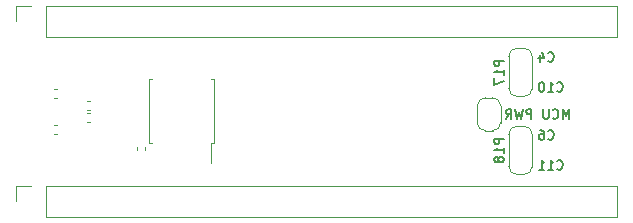
<source format=gbr>
%TF.GenerationSoftware,KiCad,Pcbnew,7.0.7*%
%TF.CreationDate,2023-11-28T22:27:00+01:00*%
%TF.ProjectId,STM32G474_Black-Pill_v3.0,53544d33-3247-4343-9734-5f426c61636b,A*%
%TF.SameCoordinates,Original*%
%TF.FileFunction,Legend,Bot*%
%TF.FilePolarity,Positive*%
%FSLAX46Y46*%
G04 Gerber Fmt 4.6, Leading zero omitted, Abs format (unit mm)*
G04 Created by KiCad (PCBNEW 7.0.7) date 2023-11-28 22:27:00*
%MOMM*%
%LPD*%
G01*
G04 APERTURE LIST*
%ADD10C,0.200000*%
%ADD11C,0.120000*%
G04 APERTURE END LIST*
D10*
X145317863Y-97311504D02*
X145355959Y-97349600D01*
X145355959Y-97349600D02*
X145470244Y-97387695D01*
X145470244Y-97387695D02*
X145546435Y-97387695D01*
X145546435Y-97387695D02*
X145660721Y-97349600D01*
X145660721Y-97349600D02*
X145736911Y-97273409D01*
X145736911Y-97273409D02*
X145775006Y-97197219D01*
X145775006Y-97197219D02*
X145813102Y-97044838D01*
X145813102Y-97044838D02*
X145813102Y-96930552D01*
X145813102Y-96930552D02*
X145775006Y-96778171D01*
X145775006Y-96778171D02*
X145736911Y-96701980D01*
X145736911Y-96701980D02*
X145660721Y-96625790D01*
X145660721Y-96625790D02*
X145546435Y-96587695D01*
X145546435Y-96587695D02*
X145470244Y-96587695D01*
X145470244Y-96587695D02*
X145355959Y-96625790D01*
X145355959Y-96625790D02*
X145317863Y-96663885D01*
X144632149Y-96854361D02*
X144632149Y-97387695D01*
X144822625Y-96549600D02*
X145013102Y-97121028D01*
X145013102Y-97121028D02*
X144517863Y-97121028D01*
X145317863Y-103915504D02*
X145355959Y-103953600D01*
X145355959Y-103953600D02*
X145470244Y-103991695D01*
X145470244Y-103991695D02*
X145546435Y-103991695D01*
X145546435Y-103991695D02*
X145660721Y-103953600D01*
X145660721Y-103953600D02*
X145736911Y-103877409D01*
X145736911Y-103877409D02*
X145775006Y-103801219D01*
X145775006Y-103801219D02*
X145813102Y-103648838D01*
X145813102Y-103648838D02*
X145813102Y-103534552D01*
X145813102Y-103534552D02*
X145775006Y-103382171D01*
X145775006Y-103382171D02*
X145736911Y-103305980D01*
X145736911Y-103305980D02*
X145660721Y-103229790D01*
X145660721Y-103229790D02*
X145546435Y-103191695D01*
X145546435Y-103191695D02*
X145470244Y-103191695D01*
X145470244Y-103191695D02*
X145355959Y-103229790D01*
X145355959Y-103229790D02*
X145317863Y-103267885D01*
X144632149Y-103191695D02*
X144784530Y-103191695D01*
X144784530Y-103191695D02*
X144860721Y-103229790D01*
X144860721Y-103229790D02*
X144898816Y-103267885D01*
X144898816Y-103267885D02*
X144975006Y-103382171D01*
X144975006Y-103382171D02*
X145013102Y-103534552D01*
X145013102Y-103534552D02*
X145013102Y-103839314D01*
X145013102Y-103839314D02*
X144975006Y-103915504D01*
X144975006Y-103915504D02*
X144936911Y-103953600D01*
X144936911Y-103953600D02*
X144860721Y-103991695D01*
X144860721Y-103991695D02*
X144708340Y-103991695D01*
X144708340Y-103991695D02*
X144632149Y-103953600D01*
X144632149Y-103953600D02*
X144594054Y-103915504D01*
X144594054Y-103915504D02*
X144555959Y-103839314D01*
X144555959Y-103839314D02*
X144555959Y-103648838D01*
X144555959Y-103648838D02*
X144594054Y-103572647D01*
X144594054Y-103572647D02*
X144632149Y-103534552D01*
X144632149Y-103534552D02*
X144708340Y-103496457D01*
X144708340Y-103496457D02*
X144860721Y-103496457D01*
X144860721Y-103496457D02*
X144936911Y-103534552D01*
X144936911Y-103534552D02*
X144975006Y-103572647D01*
X144975006Y-103572647D02*
X145013102Y-103648838D01*
X146079768Y-99851504D02*
X146117864Y-99889600D01*
X146117864Y-99889600D02*
X146232149Y-99927695D01*
X146232149Y-99927695D02*
X146308340Y-99927695D01*
X146308340Y-99927695D02*
X146422626Y-99889600D01*
X146422626Y-99889600D02*
X146498816Y-99813409D01*
X146498816Y-99813409D02*
X146536911Y-99737219D01*
X146536911Y-99737219D02*
X146575007Y-99584838D01*
X146575007Y-99584838D02*
X146575007Y-99470552D01*
X146575007Y-99470552D02*
X146536911Y-99318171D01*
X146536911Y-99318171D02*
X146498816Y-99241980D01*
X146498816Y-99241980D02*
X146422626Y-99165790D01*
X146422626Y-99165790D02*
X146308340Y-99127695D01*
X146308340Y-99127695D02*
X146232149Y-99127695D01*
X146232149Y-99127695D02*
X146117864Y-99165790D01*
X146117864Y-99165790D02*
X146079768Y-99203885D01*
X145317864Y-99927695D02*
X145775007Y-99927695D01*
X145546435Y-99927695D02*
X145546435Y-99127695D01*
X145546435Y-99127695D02*
X145622626Y-99241980D01*
X145622626Y-99241980D02*
X145698816Y-99318171D01*
X145698816Y-99318171D02*
X145775007Y-99356266D01*
X144822625Y-99127695D02*
X144746435Y-99127695D01*
X144746435Y-99127695D02*
X144670244Y-99165790D01*
X144670244Y-99165790D02*
X144632149Y-99203885D01*
X144632149Y-99203885D02*
X144594054Y-99280076D01*
X144594054Y-99280076D02*
X144555959Y-99432457D01*
X144555959Y-99432457D02*
X144555959Y-99622933D01*
X144555959Y-99622933D02*
X144594054Y-99775314D01*
X144594054Y-99775314D02*
X144632149Y-99851504D01*
X144632149Y-99851504D02*
X144670244Y-99889600D01*
X144670244Y-99889600D02*
X144746435Y-99927695D01*
X144746435Y-99927695D02*
X144822625Y-99927695D01*
X144822625Y-99927695D02*
X144898816Y-99889600D01*
X144898816Y-99889600D02*
X144936911Y-99851504D01*
X144936911Y-99851504D02*
X144975006Y-99775314D01*
X144975006Y-99775314D02*
X145013102Y-99622933D01*
X145013102Y-99622933D02*
X145013102Y-99432457D01*
X145013102Y-99432457D02*
X144975006Y-99280076D01*
X144975006Y-99280076D02*
X144936911Y-99203885D01*
X144936911Y-99203885D02*
X144898816Y-99165790D01*
X144898816Y-99165790D02*
X144822625Y-99127695D01*
X141583695Y-97326571D02*
X140783695Y-97326571D01*
X140783695Y-97326571D02*
X140783695Y-97631333D01*
X140783695Y-97631333D02*
X140821790Y-97707523D01*
X140821790Y-97707523D02*
X140859885Y-97745618D01*
X140859885Y-97745618D02*
X140936076Y-97783714D01*
X140936076Y-97783714D02*
X141050361Y-97783714D01*
X141050361Y-97783714D02*
X141126552Y-97745618D01*
X141126552Y-97745618D02*
X141164647Y-97707523D01*
X141164647Y-97707523D02*
X141202742Y-97631333D01*
X141202742Y-97631333D02*
X141202742Y-97326571D01*
X141583695Y-98545618D02*
X141583695Y-98088475D01*
X141583695Y-98317047D02*
X140783695Y-98317047D01*
X140783695Y-98317047D02*
X140897980Y-98240856D01*
X140897980Y-98240856D02*
X140974171Y-98164666D01*
X140974171Y-98164666D02*
X141012266Y-98088475D01*
X140783695Y-98812285D02*
X140783695Y-99345619D01*
X140783695Y-99345619D02*
X141583695Y-99002761D01*
X147095292Y-102213695D02*
X147095292Y-101413695D01*
X147095292Y-101413695D02*
X146828626Y-101985123D01*
X146828626Y-101985123D02*
X146561959Y-101413695D01*
X146561959Y-101413695D02*
X146561959Y-102213695D01*
X145723863Y-102137504D02*
X145761959Y-102175600D01*
X145761959Y-102175600D02*
X145876244Y-102213695D01*
X145876244Y-102213695D02*
X145952435Y-102213695D01*
X145952435Y-102213695D02*
X146066721Y-102175600D01*
X146066721Y-102175600D02*
X146142911Y-102099409D01*
X146142911Y-102099409D02*
X146181006Y-102023219D01*
X146181006Y-102023219D02*
X146219102Y-101870838D01*
X146219102Y-101870838D02*
X146219102Y-101756552D01*
X146219102Y-101756552D02*
X146181006Y-101604171D01*
X146181006Y-101604171D02*
X146142911Y-101527980D01*
X146142911Y-101527980D02*
X146066721Y-101451790D01*
X146066721Y-101451790D02*
X145952435Y-101413695D01*
X145952435Y-101413695D02*
X145876244Y-101413695D01*
X145876244Y-101413695D02*
X145761959Y-101451790D01*
X145761959Y-101451790D02*
X145723863Y-101489885D01*
X145381006Y-101413695D02*
X145381006Y-102061314D01*
X145381006Y-102061314D02*
X145342911Y-102137504D01*
X145342911Y-102137504D02*
X145304816Y-102175600D01*
X145304816Y-102175600D02*
X145228625Y-102213695D01*
X145228625Y-102213695D02*
X145076244Y-102213695D01*
X145076244Y-102213695D02*
X145000054Y-102175600D01*
X145000054Y-102175600D02*
X144961959Y-102137504D01*
X144961959Y-102137504D02*
X144923863Y-102061314D01*
X144923863Y-102061314D02*
X144923863Y-101413695D01*
X143933387Y-102213695D02*
X143933387Y-101413695D01*
X143933387Y-101413695D02*
X143628625Y-101413695D01*
X143628625Y-101413695D02*
X143552435Y-101451790D01*
X143552435Y-101451790D02*
X143514340Y-101489885D01*
X143514340Y-101489885D02*
X143476244Y-101566076D01*
X143476244Y-101566076D02*
X143476244Y-101680361D01*
X143476244Y-101680361D02*
X143514340Y-101756552D01*
X143514340Y-101756552D02*
X143552435Y-101794647D01*
X143552435Y-101794647D02*
X143628625Y-101832742D01*
X143628625Y-101832742D02*
X143933387Y-101832742D01*
X143209578Y-101413695D02*
X143019102Y-102213695D01*
X143019102Y-102213695D02*
X142866721Y-101642266D01*
X142866721Y-101642266D02*
X142714340Y-102213695D01*
X142714340Y-102213695D02*
X142523864Y-101413695D01*
X141761958Y-102213695D02*
X142028625Y-101832742D01*
X142219101Y-102213695D02*
X142219101Y-101413695D01*
X142219101Y-101413695D02*
X141914339Y-101413695D01*
X141914339Y-101413695D02*
X141838149Y-101451790D01*
X141838149Y-101451790D02*
X141800054Y-101489885D01*
X141800054Y-101489885D02*
X141761958Y-101566076D01*
X141761958Y-101566076D02*
X141761958Y-101680361D01*
X141761958Y-101680361D02*
X141800054Y-101756552D01*
X141800054Y-101756552D02*
X141838149Y-101794647D01*
X141838149Y-101794647D02*
X141914339Y-101832742D01*
X141914339Y-101832742D02*
X142219101Y-101832742D01*
X141583695Y-103930571D02*
X140783695Y-103930571D01*
X140783695Y-103930571D02*
X140783695Y-104235333D01*
X140783695Y-104235333D02*
X140821790Y-104311523D01*
X140821790Y-104311523D02*
X140859885Y-104349618D01*
X140859885Y-104349618D02*
X140936076Y-104387714D01*
X140936076Y-104387714D02*
X141050361Y-104387714D01*
X141050361Y-104387714D02*
X141126552Y-104349618D01*
X141126552Y-104349618D02*
X141164647Y-104311523D01*
X141164647Y-104311523D02*
X141202742Y-104235333D01*
X141202742Y-104235333D02*
X141202742Y-103930571D01*
X141583695Y-105149618D02*
X141583695Y-104692475D01*
X141583695Y-104921047D02*
X140783695Y-104921047D01*
X140783695Y-104921047D02*
X140897980Y-104844856D01*
X140897980Y-104844856D02*
X140974171Y-104768666D01*
X140974171Y-104768666D02*
X141012266Y-104692475D01*
X141126552Y-105606761D02*
X141088457Y-105530571D01*
X141088457Y-105530571D02*
X141050361Y-105492476D01*
X141050361Y-105492476D02*
X140974171Y-105454380D01*
X140974171Y-105454380D02*
X140936076Y-105454380D01*
X140936076Y-105454380D02*
X140859885Y-105492476D01*
X140859885Y-105492476D02*
X140821790Y-105530571D01*
X140821790Y-105530571D02*
X140783695Y-105606761D01*
X140783695Y-105606761D02*
X140783695Y-105759142D01*
X140783695Y-105759142D02*
X140821790Y-105835333D01*
X140821790Y-105835333D02*
X140859885Y-105873428D01*
X140859885Y-105873428D02*
X140936076Y-105911523D01*
X140936076Y-105911523D02*
X140974171Y-105911523D01*
X140974171Y-105911523D02*
X141050361Y-105873428D01*
X141050361Y-105873428D02*
X141088457Y-105835333D01*
X141088457Y-105835333D02*
X141126552Y-105759142D01*
X141126552Y-105759142D02*
X141126552Y-105606761D01*
X141126552Y-105606761D02*
X141164647Y-105530571D01*
X141164647Y-105530571D02*
X141202742Y-105492476D01*
X141202742Y-105492476D02*
X141278933Y-105454380D01*
X141278933Y-105454380D02*
X141431314Y-105454380D01*
X141431314Y-105454380D02*
X141507504Y-105492476D01*
X141507504Y-105492476D02*
X141545600Y-105530571D01*
X141545600Y-105530571D02*
X141583695Y-105606761D01*
X141583695Y-105606761D02*
X141583695Y-105759142D01*
X141583695Y-105759142D02*
X141545600Y-105835333D01*
X141545600Y-105835333D02*
X141507504Y-105873428D01*
X141507504Y-105873428D02*
X141431314Y-105911523D01*
X141431314Y-105911523D02*
X141278933Y-105911523D01*
X141278933Y-105911523D02*
X141202742Y-105873428D01*
X141202742Y-105873428D02*
X141164647Y-105835333D01*
X141164647Y-105835333D02*
X141126552Y-105759142D01*
X146079768Y-106455504D02*
X146117864Y-106493600D01*
X146117864Y-106493600D02*
X146232149Y-106531695D01*
X146232149Y-106531695D02*
X146308340Y-106531695D01*
X146308340Y-106531695D02*
X146422626Y-106493600D01*
X146422626Y-106493600D02*
X146498816Y-106417409D01*
X146498816Y-106417409D02*
X146536911Y-106341219D01*
X146536911Y-106341219D02*
X146575007Y-106188838D01*
X146575007Y-106188838D02*
X146575007Y-106074552D01*
X146575007Y-106074552D02*
X146536911Y-105922171D01*
X146536911Y-105922171D02*
X146498816Y-105845980D01*
X146498816Y-105845980D02*
X146422626Y-105769790D01*
X146422626Y-105769790D02*
X146308340Y-105731695D01*
X146308340Y-105731695D02*
X146232149Y-105731695D01*
X146232149Y-105731695D02*
X146117864Y-105769790D01*
X146117864Y-105769790D02*
X146079768Y-105807885D01*
X145317864Y-106531695D02*
X145775007Y-106531695D01*
X145546435Y-106531695D02*
X145546435Y-105731695D01*
X145546435Y-105731695D02*
X145622626Y-105845980D01*
X145622626Y-105845980D02*
X145698816Y-105922171D01*
X145698816Y-105922171D02*
X145775007Y-105960266D01*
X144555959Y-106531695D02*
X145013102Y-106531695D01*
X144784530Y-106531695D02*
X144784530Y-105731695D01*
X144784530Y-105731695D02*
X144860721Y-105845980D01*
X144860721Y-105845980D02*
X144936911Y-105922171D01*
X144936911Y-105922171D02*
X145013102Y-105960266D01*
D11*
%TO.C,U101*%
X111575000Y-104325000D02*
X111835000Y-104325000D01*
X116765000Y-104325000D02*
X116765000Y-106000000D01*
X117025000Y-104325000D02*
X116765000Y-104325000D01*
X111575000Y-101600000D02*
X111575000Y-104325000D01*
X111575000Y-101600000D02*
X111575000Y-98875000D01*
X117025000Y-101600000D02*
X117025000Y-104325000D01*
X117025000Y-101600000D02*
X117025000Y-98875000D01*
X111575000Y-98875000D02*
X111835000Y-98875000D01*
X117025000Y-98875000D02*
X116765000Y-98875000D01*
%TO.C,R105*%
X106272359Y-101728000D02*
X106579641Y-101728000D01*
X106272359Y-102488000D02*
X106579641Y-102488000D01*
%TO.C,R104*%
X106272359Y-100712000D02*
X106579641Y-100712000D01*
X106272359Y-101472000D02*
X106579641Y-101472000D01*
%TO.C,C101*%
X111231000Y-104667164D02*
X111231000Y-104882836D01*
X110511000Y-104667164D02*
X110511000Y-104882836D01*
%TO.C,J102*%
X151190000Y-107890000D02*
X151190000Y-110550000D01*
X102870000Y-107890000D02*
X151190000Y-107890000D01*
X102870000Y-107890000D02*
X102870000Y-110550000D01*
X101600000Y-107890000D02*
X100270000Y-107890000D01*
X100270000Y-107890000D02*
X100270000Y-109220000D01*
X102870000Y-110550000D02*
X151190000Y-110550000D01*
%TO.C,JP101*%
X143302000Y-96248000D02*
X142702000Y-96248000D01*
X142002000Y-96898000D02*
X142002000Y-99698000D01*
X144002000Y-99698000D02*
X144002000Y-96898000D01*
X142702000Y-100348000D02*
X143302000Y-100348000D01*
X144002000Y-96948000D02*
G75*
G03*
X143302000Y-96248000I-699999J1D01*
G01*
X142702000Y-96248000D02*
G75*
G03*
X142002000Y-96948000I-1J-699999D01*
G01*
X143302000Y-100348000D02*
G75*
G03*
X144002000Y-99648000I0J700000D01*
G01*
X142002000Y-99648000D02*
G75*
G03*
X142702000Y-100348000I700000J0D01*
G01*
%TO.C,R102*%
X103785641Y-103504000D02*
X103478359Y-103504000D01*
X103785641Y-102744000D02*
X103478359Y-102744000D01*
%TO.C,JP102*%
X143302000Y-102852000D02*
X142702000Y-102852000D01*
X142002000Y-103502000D02*
X142002000Y-106302000D01*
X144002000Y-106302000D02*
X144002000Y-103502000D01*
X142702000Y-106952000D02*
X143302000Y-106952000D01*
X144002000Y-103552000D02*
G75*
G03*
X143302000Y-102852000I-699999J1D01*
G01*
X142702000Y-102852000D02*
G75*
G03*
X142002000Y-103552000I-1J-699999D01*
G01*
X143302000Y-106952000D02*
G75*
G03*
X144002000Y-106252000I0J700000D01*
G01*
X142002000Y-106252000D02*
G75*
G03*
X142702000Y-106952000I700000J0D01*
G01*
%TO.C,J103*%
X151190000Y-92650000D02*
X151190000Y-95310000D01*
X102870000Y-92650000D02*
X151190000Y-92650000D01*
X102870000Y-92650000D02*
X102870000Y-95310000D01*
X101600000Y-92650000D02*
X100270000Y-92650000D01*
X100270000Y-92650000D02*
X100270000Y-93980000D01*
X102870000Y-95310000D02*
X151190000Y-95310000D01*
%TO.C,R101*%
X103785641Y-100456000D02*
X103478359Y-100456000D01*
X103785641Y-99696000D02*
X103478359Y-99696000D01*
%TO.C,JP103*%
X140035000Y-103254000D02*
X140635000Y-103254000D01*
X141335000Y-102554000D02*
X141335000Y-101154000D01*
X139335000Y-101154000D02*
X139335000Y-102554000D01*
X140635000Y-100454000D02*
X140035000Y-100454000D01*
X139335000Y-102554000D02*
G75*
G03*
X140035000Y-103254000I699999J-1D01*
G01*
X140635000Y-103254000D02*
G75*
G03*
X141335000Y-102554000I1J699999D01*
G01*
X140035000Y-100454000D02*
G75*
G03*
X139335000Y-101154000I0J-700000D01*
G01*
X141335000Y-101154000D02*
G75*
G03*
X140635000Y-100454000I-700000J0D01*
G01*
%TD*%
M02*

</source>
